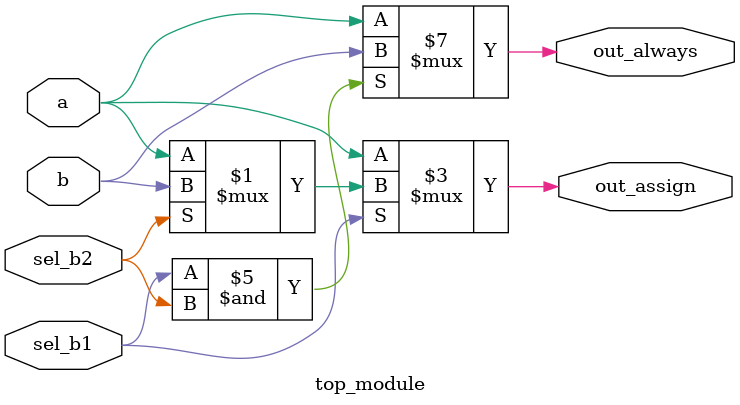
<source format=v>
module top_module(
    input a,
    input b,
    input sel_b1,
    input sel_b2,
    output wire out_assign,
    output reg out_always   ); 
    
    //assignment
    assign out_assign = sel_b1 ?   (sel_b2 ? b : a) : (sel_b2 ? a : a);
     
    //combinational logic
    always @(*) 
        begin
        if (sel_b1 & sel_b2)
            begin
                out_always = b;
            end
		else
            begin
                out_always = a; 
            end
        end

endmodule

</source>
